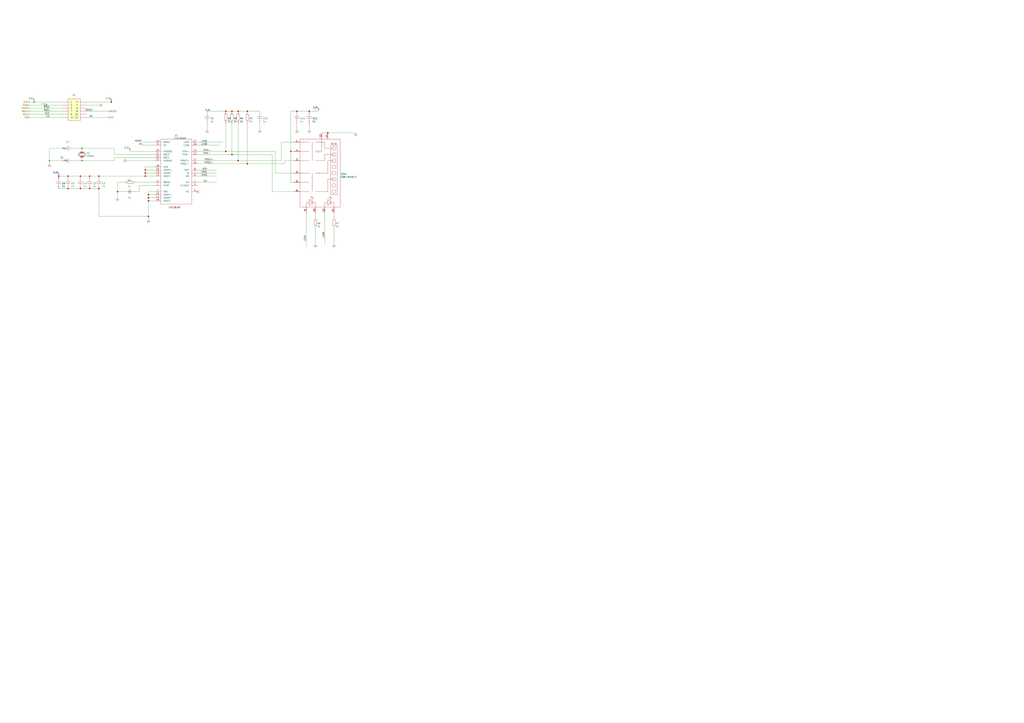
<source format=kicad_sch>
(kicad_sch (version 20211123) (generator eeschema)
  (paper "A1")
  (lib_symbols
    (symbol "Device:Crystal" (pin_numbers hide) (pin_names (offset 1.016) hide)
      (property "Reference" "Y" (at 0 3.81 0))
      (property "Value" "Crystal" (at 0 -3.81 0))
      (symbol "Crystal_0_1"
        (rectangle (start -1.143 2.54) (end 1.143 -2.54) (stroke (width 0.3048)))
        (polyline (pts (xy -2.54 0) (xy -1.905 0)))
        (polyline (pts (xy -1.905 -1.27) (xy -1.905 1.27)) (stroke (width 0.508)))
        (polyline (pts (xy 1.905 -1.27) (xy 1.905 1.27)) (stroke (width 0.508)))
        (polyline (pts (xy 2.54 0) (xy 1.905 0)))
      )
      (symbol "Crystal_1_1"
        (pin passive line (at -3.81 0 0) (length 1.27) (name "1") (number "1"))
        (pin passive line (at 3.81 0 180) (length 1.27) (name "2") (number "2"))
      )
    )
    (symbol "enc28j60:C_263EFE02" (pin_numbers hide) (pin_names (offset 2) hide)
      (property "Reference" "C" (at 0 0 0))
      (symbol "C_263EFE02_0_1"
        (polyline (pts (xy -2.032 0.508) (xy 2.032 0.508)))
        (polyline (pts (xy 0 -0.508) (xy 0 -2.54)))
        (polyline (pts (xy 0 2.54) (xy 0 0.508)))
        (polyline (pts (xy 2.032 -0.508) (xy -2.032 -0.508)))
      )
      (symbol "C_263EFE02_1_1"
        (pin passive line (at 0 -5.08 90) (length 2.54) (name "1") (number "1"))
        (pin passive line (at 0 5.08 270) (length 2.54) (name "2") (number "2"))
      )
    )
    (symbol "enc28j60:C_6DFE1BCC" (pin_numbers hide) (pin_names (offset 2) hide)
      (property "Reference" "C" (at 0 0 0))
      (symbol "C_6DFE1BCC_0_1"
        (polyline (pts (xy -0.508 -2.032) (xy -0.508 2.032)))
        (polyline (pts (xy -0.508 0) (xy -2.54 0)))
        (polyline (pts (xy 0.508 2.032) (xy 0.508 -2.032)))
        (polyline (pts (xy 2.54 0) (xy 0.508 0)))
      )
      (symbol "C_6DFE1BCC_1_1"
        (pin passive line (at -5.08 0 0) (length 2.54) (name "1") (number "1"))
        (pin passive line (at 5.08 0 180) (length 2.54) (name "2") (number "2"))
      )
    )
    (symbol "enc28j60:ETH_99635DAB" (pin_names (offset 2) hide)
      (property "Reference" "ETH" (at 0 0 0))
      (symbol "ETH_99635DAB_0_0"
        (text "RJ45" (at 10.16 24.13 0) (effects (font (size 1.27 1.27)) (justify left)))
      )
      (symbol "ETH_99635DAB_0_1"
        (arc (start 0 0) (mid 0 0) (end 0 0))
        (arc (start 0 0) (mid 0 0) (end 0 0))
        (arc (start 0 0) (mid 0 0) (end 0 0))
        (arc (start 0 0) (mid 0 0) (end 0 0))
        (arc (start 0 0) (mid 0 0) (end 0 0))
        (arc (start 0 0) (mid 0 0) (end 0 0))
        (arc (start 0 0) (mid 0 0) (end 0 0))
        (arc (start 0 0) (mid 0 0) (end 0 0))
        (arc (start 0 0) (mid 0 0) (end 0 0))
        (arc (start 0 0) (mid 0 0) (end 0 0))
        (arc (start 0 0) (mid 0 0) (end 0 0))
        (arc (start 0 0) (mid 0 0) (end 0 0))
        (arc (start 0 0) (mid 0 0) (end 0 0))
        (arc (start 0 0) (mid 0 0) (end 0 0))
        (arc (start 0 0) (mid 0 0) (end 0 0))
        (arc (start 0 0) (mid 0 0) (end 0 0))
        (arc (start 0 0) (mid 0 0) (end 0 0))
        (arc (start 0 0) (mid 0 0) (end 0 0))
        (arc (start 0 0) (mid 0 0) (end 0 0))
        (arc (start 0 0) (mid 0 0) (end 0 0))
        (arc (start 0 0) (mid 0 0) (end 0 0))
        (arc (start 0 0) (mid 0 0) (end 0 0))
        (arc (start 0 0) (mid 0 0) (end 0 0))
        (arc (start 0 0) (mid 0 0) (end 0 0))
        (polyline (pts (xy -15.24 -27.94) (xy -15.24 27.94)))
        (polyline (pts (xy -15.24 -15.24) (xy -7.62 -15.24)))
        (polyline (pts (xy -15.24 10.16) (xy -7.62 10.16)))
        (polyline (pts (xy -15.24 17.78) (xy -7.62 17.78)))
        (polyline (pts (xy -15.24 27.94) (xy 2.54 27.94)))
        (polyline (pts (xy -10.16 -27.94) (xy -15.24 -27.94)))
        (polyline (pts (xy -10.16 -24.13) (xy -10.16 -27.94)))
        (polyline (pts (xy -7.62 -26.67) (xy -7.62 -24.13)))
        (polyline (pts (xy -7.62 -24.13) (xy -10.16 -24.13)))
        (polyline (pts (xy -7.62 -24.13) (xy -7.62 -21.59)))
        (polyline (pts (xy -7.62 -21.59) (xy -5.08 -24.13)))
        (polyline (pts (xy -7.62 -7.62) (xy -15.24 -7.62)))
        (polyline (pts (xy -7.62 0) (xy -15.24 0)))
        (polyline (pts (xy -7.62 25.4) (xy -15.24 25.4)))
        (polyline (pts (xy -6.858 -20.828) (xy -5.334 -19.304)))
        (polyline (pts (xy -6.096 -21.844) (xy -4.318 -20.32)))
        (polyline (pts (xy -5.334 -19.304) (xy -6.096 -19.304)))
        (polyline (pts (xy -5.334 -19.304) (xy -5.334 -20.066)))
        (polyline (pts (xy -5.08 -24.13) (xy -7.62 -26.67)))
        (polyline (pts (xy -5.08 -24.13) (xy -5.08 -26.67)))
        (polyline (pts (xy -5.08 -24.13) (xy -2.54 -24.13)))
        (polyline (pts (xy -5.08 -21.59) (xy -5.08 -24.13)))
        (polyline (pts (xy -5.08 0) (xy -5.08 -15.24)))
        (polyline (pts (xy -5.08 25.4) (xy -5.08 10.16)))
        (polyline (pts (xy -4.318 -20.32) (xy -5.08 -20.32)))
        (polyline (pts (xy -4.318 -20.32) (xy -4.318 -20.828)))
        (polyline (pts (xy -2.54 -27.94) (xy -10.16 -27.94)))
        (polyline (pts (xy -2.54 -24.13) (xy -2.54 -27.94)))
        (polyline (pts (xy -2.54 -15.24) (xy 7.62 -15.24)))
        (polyline (pts (xy -2.54 10.16) (xy 5.08 10.16)))
        (polyline (pts (xy -2.54 17.78) (xy -1.27 17.78)))
        (polyline (pts (xy -1.27 17.78) (xy -1.27 16.51)))
        (polyline (pts (xy -1.27 19.05) (xy -1.27 17.78)))
        (polyline (pts (xy 0 17.78) (xy 0 16.51)))
        (polyline (pts (xy 0 17.78) (xy 2.54 17.78)))
        (polyline (pts (xy 0 19.05) (xy 0 17.78)))
        (polyline (pts (xy 2.54 17.78) (xy 2.54 27.94)))
        (polyline (pts (xy 2.54 27.94) (xy 17.78 27.94)))
        (polyline (pts (xy 5.08 -27.94) (xy -2.54 -27.94)))
        (polyline (pts (xy 5.08 -24.13) (xy 5.08 -27.94)))
        (polyline (pts (xy 5.08 10.16) (xy 5.08 15.24)))
        (polyline (pts (xy 5.08 15.24) (xy 12.7 15.24)))
        (polyline (pts (xy 5.08 20.32) (xy 5.08 25.4)))
        (polyline (pts (xy 5.08 25.4) (xy -2.54 25.4)))
        (polyline (pts (xy 7.62 -26.67) (xy 7.62 -24.13)))
        (polyline (pts (xy 7.62 -24.13) (xy 5.08 -24.13)))
        (polyline (pts (xy 7.62 -24.13) (xy 7.62 -21.59)))
        (polyline (pts (xy 7.62 -21.59) (xy 10.16 -24.13)))
        (polyline (pts (xy 7.62 -5.08) (xy 7.62 -15.24)))
        (polyline (pts (xy 7.62 0) (xy -2.54 0)))
        (polyline (pts (xy 7.62 10.16) (xy 7.62 0)))
        (polyline (pts (xy 8.128 -20.828) (xy 9.906 -19.304)))
        (polyline (pts (xy 9.144 -21.844) (xy 10.668 -20.32)))
        (polyline (pts (xy 9.906 -19.304) (xy 9.144 -19.304)))
        (polyline (pts (xy 9.906 -19.304) (xy 9.906 -20.066)))
        (polyline (pts (xy 10.16 -24.13) (xy 7.62 -26.67)))
        (polyline (pts (xy 10.16 -24.13) (xy 10.16 -26.67)))
        (polyline (pts (xy 10.16 -24.13) (xy 12.7 -24.13)))
        (polyline (pts (xy 10.16 -21.59) (xy 10.16 -24.13)))
        (polyline (pts (xy 10.16 -17.78) (xy 10.16 22.86)))
        (polyline (pts (xy 10.16 22.86) (xy 15.24 22.86)))
        (polyline (pts (xy 10.668 -20.32) (xy 10.16 -20.32)))
        (polyline (pts (xy 10.668 -20.32) (xy 10.668 -20.828)))
        (polyline (pts (xy 12.7 -27.94) (xy 5.08 -27.94)))
        (polyline (pts (xy 12.7 -24.13) (xy 12.7 -27.94)))
        (polyline (pts (xy 12.7 -5.08) (xy 7.62 -5.08)))
        (polyline (pts (xy 12.7 10.16) (xy 7.62 10.16)))
        (polyline (pts (xy 12.7 20.32) (xy 5.08 20.32)))
        (polyline (pts (xy 15.24 -17.78) (xy 10.16 -17.78)))
        (polyline (pts (xy 15.24 22.86) (xy 15.24 -17.78)))
        (polyline (pts (xy 17.78 -27.94) (xy 12.7 -27.94)))
        (polyline (pts (xy 17.78 27.94) (xy 17.78 -27.94)))
        (circle (center 12.7 -15.24) (radius 1.524))
        (circle (center 12.7 -10.16) (radius 1.524))
        (circle (center 12.7 -5.08) (radius 1.524))
        (circle (center 12.7 0) (radius 1.524))
        (circle (center 12.7 5.08) (radius 1.524))
        (circle (center 12.7 10.16) (radius 1.524))
        (circle (center 12.7 15.24) (radius 1.524))
        (circle (center 12.7 20.32) (radius 1.524))
      )
      (symbol "ETH_99635DAB_1_1"
        (pin passive line (at -20.32 25.4 0) (length 5.08) (name "1") (number "1"))
        (pin passive line (at -2.54 -33.02 90) (length 5.08) (name "10") (number "10"))
        (pin passive line (at 12.7 -33.02 90) (length 5.08) (name "11") (number "11"))
        (pin passive line (at 5.08 -33.02 90) (length 5.08) (name "12") (number "12"))
        (pin passive line (at 2.54 33.02 270) (length 5.08) (name "13") (number "13"))
        (pin passive line (at 7.62 33.02 270) (length 5.08) (name "14") (number "14"))
        (pin passive line (at -20.32 10.16 0) (length 5.08) (name "2") (number "2"))
        (pin passive line (at -20.32 0 0) (length 5.08) (name "3") (number "3"))
        (pin passive line (at -20.32 17.78 0) (length 5.08) (name "4") (number "4"))
        (pin passive line (at -20.32 -7.62 0) (length 5.08) (name "5") (number "5"))
        (pin passive line (at -20.32 -15.24 0) (length 5.08) (name "6") (number "6"))
        (pin passive line (at -10.16 -33.02 90) (length 5.08) (name "9") (number "9"))
      )
    )
    (symbol "enc28j60:P_470BD6CC" (pin_numbers hide) (pin_names (offset 2))
      (property "Reference" "P" (at 0 0 0))
      (symbol "P_470BD6CC_0_1"
        (rectangle (start -5.08 10.16) (end 5.08 -7.62) (fill (type background)))
      )
      (symbol "P_470BD6CC_1_1"
        (pin passive line (at -10.16 7.62 0) (length 5.08) (name "1") (number "1"))
        (pin passive line (at 10.16 -2.54 180) (length 5.08) (name "10") (number "10"))
        (pin passive line (at -10.16 -5.08 0) (length 5.08) (name "11") (number "11"))
        (pin passive line (at 10.16 -5.08 180) (length 5.08) (name "12") (number "12"))
        (pin passive line (at 10.16 7.62 180) (length 5.08) (name "2") (number "2"))
        (pin passive line (at -10.16 5.08 0) (length 5.08) (name "3") (number "3"))
        (pin passive line (at 10.16 5.08 180) (length 5.08) (name "4") (number "4"))
        (pin passive line (at -10.16 2.54 0) (length 5.08) (name "5") (number "5"))
        (pin passive line (at 10.16 2.54 180) (length 5.08) (name "6") (number "6"))
        (pin passive line (at -10.16 0 0) (length 5.08) (name "7") (number "7"))
        (pin passive line (at 10.16 0 180) (length 5.08) (name "8") (number "8"))
        (pin passive line (at -10.16 -2.54 0) (length 5.08) (name "9") (number "9"))
      )
    )
    (symbol "enc28j60:Powerflag_$GND1" (power) (pin_names (offset 0)) (in_bom no)
      (property "Value" "enc28j60:Powerflag_$GND1" (at 0 0 0))
      (symbol "Powerflag_$GND1_0_1"
        (polyline (pts (xy 0 0) (xy 0 -1.27) (xy 1.27 -1.27) (xy 0 -2.54) (xy -1.27 -1.27) (xy 0 -1.27)))
      )
      (symbol "Powerflag_$GND1_1_1"
        (pin power_in line (at 0 0 0) (length 0) hide (name "GND") (number "1"))
      )
    )
    (symbol "enc28j60:Powerflag_$Vplus" (power) (pin_names (offset 0)) (in_bom no)
      (property "Value" "enc28j60:Powerflag_$Vplus" (at 0 0 0))
      (symbol "Powerflag_$Vplus_0_1"
        (polyline (pts (xy -0.762 1.27) (xy 0 2.54)))
        (polyline (pts (xy 0 0) (xy 0 2.54)))
        (polyline (pts (xy 0 2.54) (xy 0.762 1.27)))
      )
      (symbol "Powerflag_$Vplus_1_1"
        (pin power_in line (at 0 0 0) (length 0) hide (name "3.3V") (number "1"))
      )
    )
    (symbol "enc28j60:R_107BE8C" (pin_numbers hide) (pin_names (offset 2) hide)
      (property "Reference" "R" (at 0 0 0))
      (symbol "R_107BE8C_0_1"
        (rectangle (start -2.54 1.016) (end 2.54 -1.016))
      )
      (symbol "R_107BE8C_1_1"
        (pin passive line (at 5.08 0 180) (length 2.54) (name "1") (number "1"))
        (pin passive line (at -5.08 0 0) (length 2.54) (name "2") (number "2"))
      )
    )
    (symbol "enc28j60:R_787AEB55" (pin_numbers hide) (pin_names (offset 2) hide)
      (property "Reference" "R" (at 0 0 0))
      (symbol "R_787AEB55_0_1"
        (rectangle (start -1.016 2.54) (end 1.016 -2.54))
      )
      (symbol "R_787AEB55_1_1"
        (pin passive line (at 0 -5.08 90) (length 2.54) (name "1") (number "1"))
        (pin passive line (at 0 5.08 270) (length 2.54) (name "2") (number "2"))
      )
    )
    (symbol "enc28j60:U_85D15F7E" (pin_names (offset 2))
      (property "Reference" "U" (at 0 0 0))
      (symbol "U_85D15F7E_0_0"
        (text "ENC28J60" (at -6.35 -30.734 0) (effects (font (size 1.27 1.27)) (justify left)))
      )
      (symbol "U_85D15F7E_0_1"
        (polyline (pts (xy -12.7 -27.94) (xy 12.7 -27.94)))
        (polyline (pts (xy -12.7 25.4) (xy -12.7 -27.94)))
        (polyline (pts (xy 12.7 -27.94) (xy 12.7 25.4)))
        (polyline (pts (xy 12.7 25.4) (xy -12.7 25.4)))
        (polyline (pts (xy 16.51 -19.05) (xy 18.796 -16.764)))
        (polyline (pts (xy 18.796 -19.05) (xy 16.51 -16.764)))
      )
      (symbol "U_85D15F7E_1_1"
        (pin passive line (at -17.78 -12.7 0) (length 5.08) (name "VCAP") (number "1"))
        (pin passive line (at -17.78 22.86 0) (length 5.08) (name "RESET") (number "10"))
        (pin passive line (at -17.78 -22.86 0) (length 5.08) (name "VSSRX") (number "11"))
        (pin passive line (at 17.78 12.7 180) (length 5.08) (name "TPIN-") (number "12"))
        (pin passive line (at 17.78 15.24 180) (length 5.08) (name "TPIN+") (number "13"))
        (pin passive line (at -17.78 -10.16 0) (length 5.08) (name "RBIAS") (number "14"))
        (pin passive line (at -17.78 -5.08 0) (length 5.08) (name "VDDTX") (number "15"))
        (pin passive line (at 17.78 5.08 180) (length 5.08) (name "TPOUT-") (number "16"))
        (pin passive line (at 17.78 7.62 180) (length 5.08) (name "TPOUT+") (number "17"))
        (pin passive line (at -17.78 -25.4 0) (length 5.08) (name "VSSTX") (number "18"))
        (pin passive line (at -17.78 -2.54 0) (length 5.08) (name "VDDRX") (number "19"))
        (pin passive line (at -17.78 -17.78 0) (length 5.08) (name "VSS") (number "2"))
        (pin passive line (at -17.78 0 0) (length 5.08) (name "VDDPLL") (number "20"))
        (pin passive line (at -17.78 -20.32 0) (length 5.08) (name "VSSPLL") (number "21"))
        (pin passive line (at -17.78 7.62 0) (length 5.08) (name "VSSOSC") (number "22"))
        (pin passive line (at -17.78 10.16 0) (length 5.08) (name "OSC1") (number "23"))
        (pin passive line (at -17.78 12.7 0) (length 5.08) (name "OSC2") (number "24"))
        (pin passive line (at -17.78 15.24 0) (length 5.08) (name "VDDOSC") (number "25"))
        (pin passive line (at 17.78 20.32 180) (length 5.08) (name "LEDB") (number "26"))
        (pin passive line (at 17.78 22.86 180) (length 5.08) (name "LEDA") (number "27"))
        (pin passive line (at -17.78 2.54 0) (length 5.08) (name "VDD") (number "28"))
        (pin passive line (at 17.78 -12.7 180) (length 5.08) (name "CLKOUT") (number "3"))
        (pin passive line (at 17.78 -10.16 180) (length 5.08) (name "INT") (number "4"))
        (pin passive line (at 17.78 -17.78 180) (length 5.08) (name "NC") (number "5"))
        (pin passive line (at 17.78 -5.08 180) (length 5.08) (name "SO") (number "6"))
        (pin passive line (at 17.78 -2.54 180) (length 5.08) (name "SI") (number "7"))
        (pin passive line (at 17.78 0 180) (length 5.08) (name "SCK") (number "8"))
        (pin passive line (at -17.78 20.32 0) (length 5.08) (name "CS") (number "9"))
      )
    )
  )
  (junction (at 238.76 124.46) (diameter 1.016) (color 204 0 0 1))
  (junction (at 66.04 154.94) (diameter 1.016) (color 204 0 0 1))
  (junction (at 203.2 134.62) (diameter 1.016) (color 204 0 0 1))
  (junction (at 243.84 91.44) (diameter 1.016) (color 204 0 0 1))
  (junction (at 203.2 91.44) (diameter 1.016) (color 204 0 0 1))
  (junction (at 269.24 109.22) (diameter 1.016) (color 204 0 0 1))
  (junction (at 27.94 83.82))
  (junction (at 185.42 91.44) (diameter 1.016) (color 204 0 0 1))
  (junction (at 119.38 142.24) (diameter 1.016) (color 204 0 0 1))
  (junction (at 38.1 86.36))
  (junction (at 96.52 157.48) (diameter 1.016) (color 204 0 0 1))
  (junction (at 67.31 132.08))
  (junction (at 121.92 162.56) (diameter 1.016) (color 204 0 0 1))
  (junction (at 55.88 144.78) (diameter 1.016) (color 204 0 0 1))
  (junction (at 81.28 154.94) (diameter 1.016) (color 204 0 0 1))
  (junction (at 40.64 132.08))
  (junction (at 91.44 83.82) (diameter 1.016) (color 204 0 0 1))
  (junction (at 67.31 121.92))
  (junction (at 119.38 144.78) (diameter 1.016) (color 204 0 0 1))
  (junction (at 55.88 154.94) (diameter 1.016) (color 204 0 0 1))
  (junction (at 66.04 144.78) (diameter 1.016) (color 204 0 0 1))
  (junction (at 254 91.44) (diameter 1.016) (color 204 0 0 1))
  (junction (at 48.26 144.78) (diameter 1.016) (color 204 0 0 1))
  (junction (at 190.5 127) (diameter 1.016) (color 204 0 0 1))
  (junction (at 121.92 177.8) (diameter 1.016) (color 204 0 0 1))
  (junction (at 119.38 139.7) (diameter 1.016) (color 204 0 0 1))
  (junction (at 185.42 124.46) (diameter 1.016) (color 204 0 0 1))
  (junction (at 73.66 144.78) (diameter 1.016) (color 204 0 0 1))
  (junction (at 195.58 132.08) (diameter 1.016) (color 204 0 0 1))
  (junction (at 121.92 165.1) (diameter 1.016) (color 204 0 0 1))
  (junction (at 195.58 91.44) (diameter 1.016) (color 204 0 0 1))
  (junction (at 73.66 154.94) (diameter 1.016) (color 204 0 0 1))
  (junction (at 190.5 91.44) (diameter 1.016) (color 204 0 0 1))
  (junction (at 121.92 160.02) (diameter 1.016) (color 204 0 0 1))
  (junction (at 81.28 144.78) (diameter 1.016) (color 204 0 0 1))
  (wire (pts (xy 127 165.1) (xy 121.92 165.1)) (stroke (width 0) (color 0 136 0 1)))
  (wire (pts (xy 170.18 91.44) (xy 185.42 91.44)) (stroke (width 0) (color 0 136 0 1)))
  (wire (pts (xy 121.92 165.1) (xy 121.92 162.56)) (stroke (width 0) (color 0 136 0 1)))
  (wire (pts (xy 81.28 154.94) (xy 73.66 154.94)) (stroke (width 0) (color 0 136 0 1)))
  (wire (pts (xy 238.76 91.44) (xy 238.76 124.46)) (stroke (width 0) (color 0 136 0 1)))
  (wire (pts (xy 213.36 101.6) (xy 213.36 106.68)) (stroke (width 0) (color 0 136 0 1)))
  (wire (pts (xy 274.32 187.96) (xy 274.32 200.66)) (stroke (width 0) (color 0 136 0 1)))
  (wire (pts (xy 104.14 132.08) (xy 127 132.08)) (stroke (width 0) (color 0 136 0 1)))
  (wire (pts (xy 67.31 121.92) (xy 93.98 121.92)) (stroke (width 0) (color 0 136 0 1)))
  (wire (pts (xy 24.13 88.9) (xy 38.1 88.9)))
  (wire (pts (xy 162.56 139.7) (xy 177.8 139.7)) (stroke (width 0) (color 0 136 0 1)))
  (wire (pts (xy 96.52 162.56) (xy 96.52 157.48)) (stroke (width 0) (color 0 136 0 1)))
  (wire (pts (xy 162.56 142.24) (xy 177.8 142.24)) (stroke (width 0) (color 0 136 0 1)))
  (wire (pts (xy 223.52 157.48) (xy 223.52 127)) (stroke (width 0) (color 0 136 0 1)))
  (wire (pts (xy 269.24 109.22) (xy 264.16 109.22)) (stroke (width 0) (color 0 136 0 1)))
  (wire (pts (xy 241.3 116.84) (xy 231.14 116.84)) (stroke (width 0) (color 0 136 0 1)))
  (wire (pts (xy 254 91.44) (xy 243.84 91.44)) (stroke (width 0) (color 0 136 0 1)))
  (wire (pts (xy 24.13 96.52) (xy 38.1 96.52)))
  (wire (pts (xy 127 160.02) (xy 121.92 160.02)) (stroke (width 0) (color 0 136 0 1)))
  (wire (pts (xy 233.68 132.08) (xy 233.68 134.62)) (stroke (width 0) (color 0 136 0 1)))
  (wire (pts (xy 71.12 96.52) (xy 86.36 96.52)) (stroke (width 0) (color 0 136 0 1)))
  (wire (pts (xy 127 129.54) (xy 93.98 129.54)) (stroke (width 0) (color 0 136 0 1)))
  (wire (pts (xy 114.3 157.48) (xy 111.76 157.48)) (stroke (width 0) (color 0 136 0 1)))
  (wire (pts (xy 86.36 96.52) (xy 88.9 96.52)))
  (wire (pts (xy 243.84 101.6) (xy 243.84 106.68)) (stroke (width 0) (color 0 136 0 1)))
  (wire (pts (xy 243.84 91.44) (xy 238.76 91.44)) (stroke (width 0) (color 0 136 0 1)))
  (wire (pts (xy 162.56 127) (xy 190.5 127)) (stroke (width 0) (color 0 136 0 1)))
  (wire (pts (xy 66.04 154.94) (xy 55.88 154.94)) (stroke (width 0) (color 0 136 0 1)))
  (wire (pts (xy 274.32 175.26) (xy 274.32 177.8)) (stroke (width 0) (color 0 136 0 1)))
  (wire (pts (xy 34.29 85.09) (xy 38.1 85.09)))
  (wire (pts (xy 101.6 149.86) (xy 96.52 149.86)) (stroke (width 0) (color 0 136 0 1)))
  (wire (pts (xy 66.04 144.78) (xy 55.88 144.78)) (stroke (width 0) (color 0 136 0 1)))
  (wire (pts (xy 67.31 130.81) (xy 67.31 132.08)))
  (wire (pts (xy 170.18 101.6) (xy 170.18 106.68)) (stroke (width 0) (color 0 136 0 1)))
  (wire (pts (xy 251.46 175.26) (xy 251.46 203.2)) (stroke (width 0) (color 0 136 0 1)))
  (wire (pts (xy 38.1 85.09) (xy 38.1 86.36)))
  (wire (pts (xy 73.66 144.78) (xy 66.04 144.78)) (stroke (width 0) (color 0 136 0 1)))
  (wire (pts (xy 27.94 83.82) (xy 50.8 83.82)) (stroke (width 0) (color 0 136 0 1)))
  (wire (pts (xy 127 152.4) (xy 114.3 152.4)) (stroke (width 0) (color 0 136 0 1)))
  (wire (pts (xy 127 144.78) (xy 119.38 144.78)) (stroke (width 0) (color 0 136 0 1)))
  (wire (pts (xy 254 101.6) (xy 254 106.68)) (stroke (width 0) (color 0 136 0 1)))
  (wire (pts (xy 127 127) (xy 93.98 127)) (stroke (width 0) (color 0 136 0 1)))
  (wire (pts (xy 81.28 144.78) (xy 73.66 144.78)) (stroke (width 0) (color 0 136 0 1)))
  (wire (pts (xy 93.98 127) (xy 93.98 121.92)) (stroke (width 0) (color 0 136 0 1)))
  (wire (pts (xy 38.1 91.44) (xy 50.8 91.44)) (stroke (width 0) (color 0 136 0 1)))
  (wire (pts (xy 24.13 91.44) (xy 38.1 91.44)))
  (wire (pts (xy 121.92 177.8) (xy 81.28 177.8)) (stroke (width 0) (color 0 136 0 1)))
  (wire (pts (xy 38.1 86.36) (xy 50.8 86.36)) (stroke (width 0) (color 0 136 0 1)))
  (wire (pts (xy 238.76 124.46) (xy 238.76 149.86)) (stroke (width 0) (color 0 136 0 1)))
  (wire (pts (xy 73.66 154.94) (xy 66.04 154.94)) (stroke (width 0) (color 0 136 0 1)))
  (wire (pts (xy 40.64 132.08) (xy 40.64 134.62)) (stroke (width 0) (color 0 136 0 1)))
  (wire (pts (xy 127 139.7) (xy 119.38 139.7)) (stroke (width 0) (color 0 136 0 1)))
  (wire (pts (xy 71.12 86.36) (xy 81.28 86.36)) (stroke (width 0) (color 0 136 0 1)))
  (wire (pts (xy 162.56 119.38) (xy 180.34 119.38)) (stroke (width 0) (color 0 136 0 1)))
  (wire (pts (xy 114.3 152.4) (xy 114.3 157.48)) (stroke (width 0) (color 0 136 0 1)))
  (wire (pts (xy 127 137.16) (xy 119.38 137.16)) (stroke (width 0) (color 0 136 0 1)))
  (wire (pts (xy 121.92 177.8) (xy 121.92 165.1)) (stroke (width 0) (color 0 136 0 1)))
  (wire (pts (xy 91.44 83.82) (xy 91.44 81.28)) (stroke (width 0) (color 0 136 0 1)))
  (wire (pts (xy 24.13 83.82) (xy 27.94 83.82)))
  (wire (pts (xy 121.92 162.56) (xy 121.92 160.02)) (stroke (width 0) (color 0 136 0 1)))
  (wire (pts (xy 241.3 124.46) (xy 238.76 124.46)) (stroke (width 0) (color 0 136 0 1)))
  (wire (pts (xy 71.12 91.44) (xy 86.36 91.44)) (stroke (width 0) (color 0 136 0 1)))
  (wire (pts (xy 24.13 86.36) (xy 34.29 86.36)))
  (wire (pts (xy 55.88 144.78) (xy 48.26 144.78)) (stroke (width 0) (color 0 136 0 1)))
  (wire (pts (xy 40.64 132.08) (xy 50.8 132.08)))
  (wire (pts (xy 127 162.56) (xy 121.92 162.56)) (stroke (width 0) (color 0 136 0 1)))
  (wire (pts (xy 116.84 116.84) (xy 127 116.84)) (stroke (width 0) (color 0 136 0 1)))
  (wire (pts (xy 261.62 91.44) (xy 254 91.44)) (stroke (width 0) (color 0 136 0 1)))
  (wire (pts (xy 226.06 142.24) (xy 226.06 124.46)) (stroke (width 0) (color 0 136 0 1)))
  (wire (pts (xy 38.1 86.36) (xy 39.37 86.36)))
  (wire (pts (xy 38.1 88.9) (xy 50.8 88.9)) (stroke (width 0) (color 0 136 0 1)))
  (wire (pts (xy 292.1 109.22) (xy 269.24 109.22)) (stroke (width 0) (color 0 136 0 1)))
  (wire (pts (xy 34.29 86.36) (xy 34.29 85.09)))
  (wire (pts (xy 60.96 132.08) (xy 67.31 132.08)) (stroke (width 0) (color 0 136 0 1)))
  (wire (pts (xy 185.42 101.6) (xy 185.42 124.46)) (stroke (width 0) (color 0 136 0 1)))
  (wire (pts (xy 195.58 101.6) (xy 195.58 132.08)) (stroke (width 0) (color 0 136 0 1)))
  (wire (pts (xy 233.68 134.62) (xy 203.2 134.62)) (stroke (width 0) (color 0 136 0 1)))
  (wire (pts (xy 231.14 116.84) (xy 231.14 132.08)) (stroke (width 0) (color 0 136 0 1)))
  (wire (pts (xy 121.92 160.02) (xy 121.92 157.48)) (stroke (width 0) (color 0 136 0 1)))
  (wire (pts (xy 190.5 101.6) (xy 190.5 127)) (stroke (width 0) (color 0 136 0 1)))
  (wire (pts (xy 93.98 129.54) (xy 93.98 132.08)) (stroke (width 0) (color 0 136 0 1)))
  (wire (pts (xy 119.38 142.24) (xy 119.38 144.78)) (stroke (width 0) (color 0 136 0 1)))
  (wire (pts (xy 241.3 142.24) (xy 226.06 142.24)) (stroke (width 0) (color 0 136 0 1)))
  (wire (pts (xy 96.52 149.86) (xy 96.52 157.48)) (stroke (width 0) (color 0 136 0 1)))
  (wire (pts (xy 162.56 134.62) (xy 203.2 134.62)) (stroke (width 0) (color 0 136 0 1)))
  (wire (pts (xy 119.38 144.78) (xy 81.28 144.78)) (stroke (width 0) (color 0 136 0 1)))
  (wire (pts (xy 38.1 93.98) (xy 50.8 93.98)) (stroke (width 0) (color 0 136 0 1)))
  (wire (pts (xy 266.7 175.26) (xy 266.7 200.66)) (stroke (width 0) (color 0 136 0 1)))
  (wire (pts (xy 116.84 119.38) (xy 127 119.38)) (stroke (width 0) (color 0 136 0 1)))
  (wire (pts (xy 86.36 91.44) (xy 88.9 91.44)))
  (wire (pts (xy 259.08 187.96) (xy 259.08 200.66)) (stroke (width 0) (color 0 136 0 1)))
  (wire (pts (xy 121.92 180.34) (xy 121.92 177.8)) (stroke (width 0) (color 0 136 0 1)))
  (wire (pts (xy 96.52 157.48) (xy 101.6 157.48)) (stroke (width 0) (color 0 136 0 1)))
  (wire (pts (xy 203.2 91.44) (xy 213.36 91.44)) (stroke (width 0) (color 0 136 0 1)))
  (wire (pts (xy 67.31 121.92) (xy 67.31 123.19)))
  (wire (pts (xy 38.1 96.52) (xy 50.8 96.52)) (stroke (width 0) (color 0 136 0 1)))
  (wire (pts (xy 190.5 127) (xy 223.52 127)) (stroke (width 0) (color 0 136 0 1)))
  (wire (pts (xy 238.76 149.86) (xy 241.3 149.86)) (stroke (width 0) (color 0 136 0 1)))
  (wire (pts (xy 195.58 91.44) (xy 203.2 91.44)) (stroke (width 0) (color 0 136 0 1)))
  (wire (pts (xy 127 124.46) (xy 106.68 124.46)) (stroke (width 0) (color 0 136 0 1)))
  (wire (pts (xy 195.58 124.46) (xy 226.06 124.46)) (stroke (width 0) (color 0 136 0 1)))
  (wire (pts (xy 259.08 175.26) (xy 259.08 177.8)) (stroke (width 0) (color 0 136 0 1)))
  (wire (pts (xy 71.12 83.82) (xy 91.44 83.82)) (stroke (width 0) (color 0 136 0 1)))
  (wire (pts (xy 195.58 124.46) (xy 185.42 124.46)) (stroke (width 0) (color 0 136 0 1)))
  (wire (pts (xy 241.3 132.08) (xy 233.68 132.08)) (stroke (width 0) (color 0 136 0 1)))
  (wire (pts (xy 50.8 121.92) (xy 40.64 121.92)) (stroke (width 0) (color 0 136 0 1)))
  (wire (pts (xy 119.38 137.16) (xy 119.38 139.7)) (stroke (width 0) (color 0 136 0 1)))
  (wire (pts (xy 121.92 157.48) (xy 127 157.48)) (stroke (width 0) (color 0 136 0 1)))
  (wire (pts (xy 162.56 149.86) (xy 177.8 149.86)) (stroke (width 0) (color 0 136 0 1)))
  (wire (pts (xy 195.58 132.08) (xy 231.14 132.08)) (stroke (width 0) (color 0 136 0 1)))
  (wire (pts (xy 127 142.24) (xy 119.38 142.24)) (stroke (width 0) (color 0 136 0 1)))
  (wire (pts (xy 81.28 177.8) (xy 81.28 154.94)) (stroke (width 0) (color 0 136 0 1)))
  (wire (pts (xy 40.64 121.92) (xy 40.64 132.08)) (stroke (width 0) (color 0 136 0 1)))
  (wire (pts (xy 55.88 154.94) (xy 48.26 154.94)) (stroke (width 0) (color 0 136 0 1)))
  (wire (pts (xy 162.56 116.84) (xy 182.88 116.84)) (stroke (width 0) (color 0 136 0 1)))
  (wire (pts (xy 67.31 132.08) (xy 93.98 132.08)) (stroke (width 0) (color 0 136 0 1)))
  (wire (pts (xy 162.56 132.08) (xy 195.58 132.08)) (stroke (width 0) (color 0 136 0 1)))
  (wire (pts (xy 119.38 139.7) (xy 119.38 142.24)) (stroke (width 0) (color 0 136 0 1)))
  (wire (pts (xy 162.56 144.78) (xy 177.8 144.78)) (stroke (width 0) (color 0 136 0 1)))
  (wire (pts (xy 190.5 91.44) (xy 195.58 91.44)) (stroke (width 0) (color 0 136 0 1)))
  (wire (pts (xy 127 149.86) (xy 111.76 149.86)) (stroke (width 0) (color 0 136 0 1)))
  (wire (pts (xy 162.56 124.46) (xy 185.42 124.46)) (stroke (width 0) (color 0 136 0 1)))
  (wire (pts (xy 60.96 121.92) (xy 67.31 121.92)) (stroke (width 0) (color 0 136 0 1)))
  (wire (pts (xy 24.13 93.98) (xy 38.1 93.98)))
  (wire (pts (xy 203.2 101.6) (xy 203.2 134.62)) (stroke (width 0) (color 0 136 0 1)))
  (wire (pts (xy 241.3 157.48) (xy 223.52 157.48)) (stroke (width 0) (color 0 136 0 1)))
  (wire (pts (xy 185.42 91.44) (xy 190.5 91.44)) (stroke (width 0) (color 0 136 0 1)))
  (text "#3: Info: symbol for C1 (rotation:0) is new as C_6DFE1BCC" (at -200 32 0) (effects (font (size 2 2)) (justify left bottom)))
  (text "#5: Info: symbol for C2 (rotation:90) is new as C_263EFE02" (at -200 40 0) (effects (font (size 2 2)) (justify left bottom)))
  (text "#7: Info: symbol for C4 (rotation:90) exits as C_263EFE02" (at -200 48 0) (effects (font (size 2 2)) (justify left bottom)))
  (text "#20: Info: symbol for ETH1 (rotation:0) is new as ETH_99635DAB" (at -200 100 0) (effects (font (size 2 2)) (justify left bottom)))
  (text "#15: Info: symbol for R3 (rotation:90) exits as R_787AEB55" (at -200 80 0) (effects (font (size 2 2)) (justify left bottom)))
  (text "#6: Info: symbol for C3 (rotation:90) exits as C_263EFE02" (at -200 44 0) (effects (font (size 2 2)) (justify left bottom)))
  (text "#8: Info: symbol for C5 (rotation:90) exits as C_263EFE02" (at -200 52 0) (effects (font (size 2 2)) (justify left bottom)))
  (text "#2: Info: symbol for U1 (rotation:0) is new as U_85D15F7E" (at -200 28 0) (effects (font (size 2 2)) (justify left bottom)))
  (text "#17: Info: symbol for R5 (rotation:90) exits as R_787AEB55" (at -200 88 0) (effects (font (size 2 2)) (justify left bottom)))
  (text "#21: Info: symbol for R6 (rotation:90) exits as R_787AEB55" (at -200 104 0) (effects (font (size 2 2)) (justify left bottom)))
  (text "#11: Info: symbol for C7 (rotation:0) exits as C_6DFE1BCC" (at -200 64 0) (effects (font (size 2 2)) (justify left bottom)))
  (text "#23: Info: symbol for C11 (rotation:90) exits as C_263EFE02" (at -200 112 0) (effects (font (size 2 2)) (justify left bottom)))
  (text "#24: Info: symbol for C12 (rotation:90) exits as C_263EFE02" (at -200 116 0) (effects (font (size 2 2)) (justify left bottom)))
  (text "#13: Info: symbol for P1 (rotation:0) is new as P_470BD6CC" (at -200 72 0) (effects (font (size 2 2)) (justify left bottom)))
  (text "#1: Info: below are the conversion remarks. The conversion may contain errors.\nPlease read the remarks carefully and run the ERC check to solve issues.\nTo find a component mentioned in the remarks go to:\nKicad menu Edit > Find and enter the EDA_id (gge....); search for hidden fields.\nOnly the id of the symbol can be found; the id of the shape is in the input json." (at -200 24 0) (effects (font (size 2 2)) (justify left bottom)))
  (text "#14: Info: symbol for R2 (rotation:90) is new as R_787AEB55" (at -200 76 0) (effects (font (size 2 2)) (justify left bottom)))
  (text "#18: Info: symbol for C9 (rotation:90) exits as C_263EFE02" (at -200 92 0) (effects (font (size 2 2)) (justify left bottom)))
  (text "#22: Info: symbol for R7 (rotation:90) exits as R_787AEB55" (at -200 108 0) (effects (font (size 2 2)) (justify left bottom)))
  (text "#9: Info: symbol for C6 (rotation:90) exits as C_263EFE02" (at -200 56 0) (effects (font (size 2 2)) (justify left bottom)))
  (text "#12: Info: symbol for C8 (rotation:0) exits as C_6DFE1BCC" (at -200 68 0) (effects (font (size 2 2)) (justify left bottom)))
  (text "#19: Info: symbol for C10 (rotation:90) exits as C_263EFE02" (at -200 96 0) (effects (font (size 2 2)) (justify left bottom)))
  (text "#4: Info: symbol for R1 (rotation:180) is new as R_107BE8C" (at -200 36 0) (effects (font (size 2 2)) (justify left bottom)))
  (text "#16: Info: symbol for R4 (rotation:90) exits as R_787AEB55" (at -200 84 0) (effects (font (size 2 2)) (justify left bottom)))
  (text "#10: Info: symbol for 25MHZ (rotation:90) is new as MHZ_6C185138" (at -200 60 0) (effects (font (size 2 2)) (justify left bottom)))
  (label "MOSI" (at 170.18 142.24 180))
  (label "MISO" (at 40.64 88.9 180))
  (label "LEDA" (at 251.46 198.12 90))
  (label "INT" (at 76.2 96.52 180))
  (label "CS" (at 40.64 96.52 180))
  (label "LEDB" (at 266.7 195.58 90))
  (label "SCK" (at 170.18 139.7 180))
  (label "TPIN+" (at 172.72 124.46 180))
  (label "RESET" (at 76.2 91.44 180))
  (label "CS" (at 116.84 119.38 180))
  (label "SCK" (at 40.64 93.98 180))
  (label "INT" (at 170.18 149.86 180))
  (label "LEDA" (at 170.18 116.84 180))
  (label "MISO" (at 170.18 144.78 180))
  (label "MOSI" (at 40.64 91.44 180))
  (label "RESET" (at 116.84 116.84 180))
  (label "3.3V" (at 172.72 91.44 180))
  (label "TPIN-" (at 172.72 127 180))
  (label "LEDB" (at 170.18 119.38 180))
  (label "TPOUT+" (at 175.26 132.08 180))
  (label "TPOUT-" (at 175.26 134.62 180))
  (hierarchical_label "SCK" (shape input) (at 24.13 93.98 180))
  (hierarchical_label "MISO" (shape input) (at 24.13 88.9 180))
  (hierarchical_label "CS" (shape input) (at 24.13 96.52 180))
  (hierarchical_label "GND" (shape input) (at 24.13 86.36 180))
  (hierarchical_label "INT" (shape input) (at 88.9 96.52 0))
  (hierarchical_label "MOSI" (shape output) (at 24.13 91.44 180))
  (hierarchical_label "3V3" (shape input) (at 24.13 83.82 180))
  (hierarchical_label "RESET" (shape input) (at 88.9 91.44 0))
  (symbol (lib_id "enc28j60:P_470BD6CC") (at 60.96 91.44 0) (unit 1)
    (property "Reference" "P1" (at 59.51 78.232 0) (effects (justify left)))
    (property "Value" "HDR2X6" (effects hide))
    (property "Footprint" "EasyEda:HDR2X6" (effects hide))
    (property "EDA_id" "ggec39ee3c861a7b382" (effects hide))
  )
  (symbol (lib_id "enc28j60:C_263EFE02") (at 170.18 96.52 0) (unit 1)
    (property "Reference" "C9" (at 172.72 97.343 0) (effects (justify left)))
    (property "Value" "1u" (at 172.72 99.718 0) (effects (justify left)))
    (property "Footprint" "Capacitor_SMD:C_1206_3216Metric" (effects hide))
    (property "EDA_id" "gge7ddfd2f632a8b17d" (effects hide))
  )
  (symbol (lib_id "enc28j60:Powerflag_$GND1") (at 121.92 180.34 0) (unit 1) (in_bom no)
    (property "Reference" "#PWR010" (effects hide))
    (property "Value" "GND" (effects hide))
  )
  (symbol (lib_id "enc28j60:C_263EFE02") (at 213.36 96.52 0) (unit 1)
    (property "Reference" "C10" (at 215.9 97.343 0) (effects (justify left)))
    (property "Value" "1u" (at 215.9 99.718 0) (effects (justify left)))
    (property "Footprint" "Capacitor_SMD:C_1206_3216Metric" (effects hide))
    (property "EDA_id" "gge3e75135af30e0f04" (effects hide))
  )
  (symbol (lib_id "enc28j60:Powerflag_$Vplus") (at 261.62 91.44 0) (unit 1) (in_bom no)
    (property "Reference" "#PWR016" (effects hide))
    (property "Value" "3.3V" (at 259.08 88.392 0))
  )
  (symbol (lib_id "enc28j60:R_787AEB55") (at 185.42 96.52 0) (unit 1)
    (property "Reference" "R2" (at 186.944 97.343 0) (effects (justify left)))
    (property "Value" "1k" (at 186.944 99.718 0) (effects (justify left)))
    (property "Footprint" "Resistor_SMD:R_1206_3216Metric" (effects hide))
    (property "EDA_id" "gge6f63fc6711cfa315" (effects hide))
  )
  (symbol (lib_id "enc28j60:R_787AEB55") (at 195.58 96.52 0) (unit 1)
    (property "Reference" "R4" (at 197.104 97.343 0) (effects (justify left)))
    (property "Value" "1k" (at 197.104 99.718 0) (effects (justify left)))
    (property "Footprint" "Resistor_SMD:R_1206_3216Metric" (effects hide))
    (property "EDA_id" "ggefdc86a4b576d9e98" (effects hide))
  )
  (symbol (lib_id "enc28j60:C_263EFE02") (at 81.28 149.86 0) (unit 1)
    (property "Reference" "C2" (at 83.82 150.724 0) (effects (justify left)))
    (property "Value" "1u" (at 83.82 153.01 0) (effects (justify left)))
    (property "Footprint" "Capacitor_SMD:C_1206_3216Metric" (effects hide))
    (property "EDA_id" "ggea2c5d49bc5dde298" (effects hide))
  )
  (symbol (lib_id "enc28j60:R_787AEB55") (at 274.32 182.88 0) (unit 1)
    (property "Reference" "R7" (at 275.844 183.703 0) (effects (justify left)))
    (property "Value" "1k" (at 275.844 186.078 0) (effects (justify left)))
    (property "Footprint" "Resistor_SMD:R_1206_3216Metric" (effects hide))
    (property "EDA_id" "ggeba2c6d155e7fd301" (effects hide))
  )
  (symbol (lib_id "enc28j60:C_6DFE1BCC") (at 55.88 121.92 0) (unit 1)
    (property "Reference" "C7" (at 54.364 116.84 0) (effects (justify left)))
    (property "Value" "20p" (at 50.8 121.92 0) (effects (justify left)))
    (property "Footprint" "Capacitor_SMD:C_1206_3216Metric" (effects hide))
    (property "EDA_id" "gge48d2dd422533522c" (effects hide))
  )
  (symbol (lib_id "enc28j60:C_6DFE1BCC") (at 106.68 157.48 0) (unit 1)
    (property "Reference" "C1" (at 105.164 157.48 0) (effects (justify left)))
    (property "Value" "1u" (at 105.164 162.306 0) (effects (justify left)))
    (property "Footprint" "Capacitor_SMD:C_1206_3216Metric" (effects hide))
    (property "EDA_id" "ggeb4693cfd16d534cd" (effects hide))
  )
  (symbol (lib_id "enc28j60:C_6DFE1BCC") (at 55.88 132.08 0) (unit 1)
    (property "Reference" "C8" (at 49.284 129.54 0) (effects (justify left)))
    (property "Value" "20p" (at 51.824 131.826 0) (effects (justify left)))
    (property "Footprint" "Capacitor_SMD:C_1206_3216Metric" (effects hide))
    (property "EDA_id" "gge80f3708378e3d903" (effects hide))
  )
  (symbol (lib_id "enc28j60:Powerflag_$GND1") (at 96.52 162.56 0) (unit 1) (in_bom no)
    (property "Reference" "#PWR07" (effects hide))
    (property "Value" "GND" (effects hide))
  )
  (symbol (lib_id "enc28j60:Powerflag_$GND1") (at 259.08 200.66 0) (unit 1) (in_bom no)
    (property "Reference" "#PWR015" (effects hide))
    (property "Value" "GND" (effects hide))
  )
  (symbol (lib_id "enc28j60:ETH_99635DAB") (at 261.62 142.24 0) (unit 1)
    (property "Reference" "ETH1" (at 279.908 143.063 0) (effects (justify left)))
    (property "Value" "CON-RJ45-F" (at 279.908 145.438 0) (effects (justify left)))
    (property "Footprint" "EasyEda:HR911105A" (effects hide))
    (property "EDA_id" "gge709ad7b3135a4048" (effects hide))
  )
  (symbol (lib_id "enc28j60:Powerflag_$GND1") (at 40.64 134.62 0) (unit 1) (in_bom no)
    (property "Reference" "#PWR03" (effects hide))
    (property "Value" "GND" (effects hide))
  )
  (symbol (lib_id "enc28j60:Powerflag_$GND1") (at 274.32 200.66 0) (unit 1) (in_bom no)
    (property "Reference" "#PWR017" (effects hide))
    (property "Value" "GND" (effects hide))
  )
  (symbol (lib_id "enc28j60:Powerflag_$Vplus") (at 48.26 144.78 0) (unit 1) (in_bom no)
    (property "Reference" "#PWR04" (effects hide))
    (property "Value" "3.3V" (at 45.72 141.732 0))
  )
  (symbol (lib_id "enc28j60:Powerflag_$GND1") (at 292.1 109.22 0) (unit 1) (in_bom no)
    (property "Reference" "#PWR018" (effects hide))
    (property "Value" "GND" (effects hide))
  )
  (symbol (lib_id "enc28j60:Powerflag_$GND1") (at 170.18 106.68 0) (unit 1) (in_bom no)
    (property "Reference" "#PWR011" (effects hide))
    (property "Value" "GND" (effects hide))
  )
  (symbol (lib_id "enc28j60:Powerflag_$GND1") (at 104.14 132.08 270) (unit 1) (in_bom no)
    (property "Reference" "#PWR08" (effects hide))
    (property "Value" "GND" (effects hide))
  )
  (symbol (lib_id "enc28j60:Powerflag_$GND1") (at 243.84 106.68 0) (unit 1) (in_bom no)
    (property "Reference" "#PWR013" (effects hide))
    (property "Value" "GND" (effects hide))
  )
  (symbol (lib_id "enc28j60:R_787AEB55") (at 259.08 182.88 0) (unit 1)
    (property "Reference" "R6" (at 260.604 183.703 0) (effects (justify left)))
    (property "Value" "1k" (at 260.604 186.078 0) (effects (justify left)))
    (property "Footprint" "Resistor_SMD:R_1206_3216Metric" (effects hide))
    (property "EDA_id" "ggee06ccd13940482ac" (effects hide))
  )
  (symbol (lib_id "enc28j60:Powerflag_$GND1") (at 254 106.68 0) (unit 1) (in_bom no)
    (property "Reference" "#PWR014" (effects hide))
    (property "Value" "GND" (effects hide))
  )
  (symbol (lib_id "enc28j60:Powerflag_$GND1") (at 213.36 106.68 0) (unit 1) (in_bom no)
    (property "Reference" "#PWR012" (effects hide))
    (property "Value" "GND" (effects hide))
  )
  (symbol (lib_id "enc28j60:Powerflag_$Vplus") (at 106.68 124.46 0) (unit 1) (in_bom no)
    (property "Reference" "#PWR09" (effects hide))
    (property "Value" "3.3V" (at 104.14 121.412 0))
  )
  (symbol (lib_id "enc28j60:C_263EFE02") (at 48.26 149.86 0) (unit 1)
    (property "Reference" "C6" (at 50.8 150.724 0) (effects (justify left)))
    (property "Value" "1u" (at 50.8 153.01 0) (effects (justify left)))
    (property "Footprint" "Capacitor_SMD:C_1206_3216Metric" (effects hide))
    (property "EDA_id" "ggeab4a8fe24fad9fe4" (effects hide))
  )
  (symbol (lib_id "enc28j60:C_263EFE02") (at 66.04 149.86 0) (unit 1)
    (property "Reference" "C4" (at 68.58 150.724 0) (effects (justify left)))
    (property "Value" "1u" (at 68.58 153.01 0) (effects (justify left)))
    (property "Footprint" "Capacitor_SMD:C_1206_3216Metric" (effects hide))
    (property "EDA_id" "gge3a68d3ddabf48558" (effects hide))
  )
  (symbol (lib_id "enc28j60:U_85D15F7E") (at 144.78 139.7 0) (unit 1)
    (property "Reference" "U1" (at 143.383 111.252 0) (effects (justify left)))
    (property "Value" "ENC28J60" (at 143.129 113.538 0) (effects (justify left)))
    (property "Footprint" "EasyEda:SSOP28DB" (effects hide))
    (property "EDA_id" "gge1bdc0ab44f99f92d" (effects hide))
  )
  (symbol (lib_id "enc28j60:Powerflag_$GND1") (at 38.1 86.36 270) (unit 1) (in_bom no)
    (property "Reference" "#PWR02" (effects hide))
    (property "Value" "GND" (effects hide))
  )
  (symbol (lib_id "enc28j60:C_263EFE02") (at 73.66 149.86 0) (unit 1)
    (property "Reference" "C3" (at 76.2 150.724 0) (effects (justify left)))
    (property "Value" "1u" (at 76.2 153.01 0) (effects (justify left)))
    (property "Footprint" "Capacitor_SMD:C_1206_3216Metric" (effects hide))
    (property "EDA_id" "ggecc82bf2c2e22e605" (effects hide))
  )
  (symbol (lib_id "enc28j60:R_787AEB55") (at 190.5 96.52 0) (unit 1)
    (property "Reference" "R3" (at 192.024 97.343 0) (effects (justify left)))
    (property "Value" "1k" (at 192.024 99.718 0) (effects (justify left)))
    (property "Footprint" "Resistor_SMD:R_1206_3216Metric" (effects hide))
    (property "EDA_id" "ggefe89d0632cfce75f" (effects hide))
  )
  (symbol (lib_id "enc28j60:C_263EFE02") (at 254 96.52 0) (unit 1)
    (property "Reference" "C12" (at 256.71 97.366 0) (effects (justify left)))
    (property "Value" "1u" (at 256.54 99.652 0) (effects (justify left)))
    (property "Footprint" "Capacitor_SMD:C_1206_3216Metric" (effects hide))
    (property "EDA_id" "gge26a39bcafcc8ce7c" (effects hide))
  )
  (symbol (lib_id "enc28j60:Powerflag_$GND1") (at 81.28 86.36 90) (unit 1) (in_bom no)
    (property "Reference" "#PWR05" (effects hide))
    (property "Value" "GND" (effects hide))
  )
  (symbol (lib_id "enc28j60:C_263EFE02") (at 55.88 149.86 0) (unit 1)
    (property "Reference" "C5" (at 58.42 150.724 0) (effects (justify left)))
    (property "Value" "1u" (at 58.42 153.01 0) (effects (justify left)))
    (property "Footprint" "Capacitor_SMD:C_1206_3216Metric" (effects hide))
    (property "EDA_id" "ggeddba3c46cf8b8e66" (effects hide))
  )
  (symbol (lib_id "Device:Crystal") (at 67.31 127 90) (unit 1)
    (property "Reference" "X2" (at 71.12 125.7299 90) (effects (justify right)))
    (property "Value" "25MHz" (at 71.12 128.2699 90) (effects (justify right)))
    (property "Footprint" "Crystal:Crystal_HC49-4H_Vertical" (effects hide))
  )
  (symbol (lib_id "enc28j60:R_107BE8C") (at 106.68 149.86 0) (unit 1)
    (property "Reference" "R1" (at 105.164 148.336 0) (effects (justify left)))
    (property "Value" "1k" (at 105.164 153.162 0) (effects (justify left)))
    (property "Footprint" "Resistor_SMD:R_1206_3216Metric" (effects hide))
    (property "EDA_id" "gge353b166cc2dee846" (effects hide))
  )
  (symbol (lib_id "enc28j60:Powerflag_$Vplus") (at 91.44 83.82 0) (unit 1) (in_bom no)
    (property "Reference" "#PWR06" (effects hide))
    (property "Value" "3.3V" (at 88.9 80.772 0))
  )
  (symbol (lib_id "enc28j60:C_263EFE02") (at 243.84 96.52 0) (unit 1)
    (property "Reference" "C11" (at 246.55 97.366 0) (effects (justify left)))
    (property "Value" "1u" (at 246.38 99.652 0) (effects (justify left)))
    (property "Footprint" "Capacitor_SMD:C_1206_3216Metric" (effects hide))
    (property "EDA_id" "gge20764de07767b3a1" (effects hide))
  )
  (symbol (lib_id "enc28j60:R_787AEB55") (at 203.2 96.52 0) (unit 1)
    (property "Reference" "R5" (at 204.724 97.343 0) (effects (justify left)))
    (property "Value" "1k" (at 204.724 99.718 0) (effects (justify left)))
    (property "Footprint" "Resistor_SMD:R_1206_3216Metric" (effects hide))
    (property "EDA_id" "gge9cdd622c9eeecfe7" (effects hide))
  )
  (symbol (lib_id "enc28j60:Powerflag_$Vplus") (at 27.94 83.82 0) (unit 1) (in_bom no)
    (property "Reference" "#PWR01" (effects hide))
    (property "Value" "3.3V" (at 25.4 80.772 0))
  )
)
</source>
